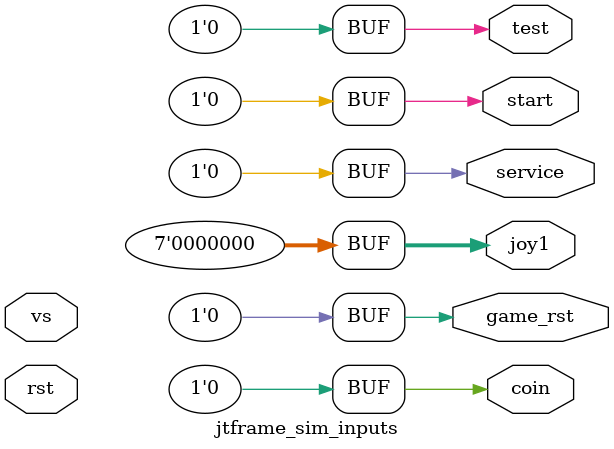
<source format=v>
/*  This file is part of JTFRAME.
    JTFRAME program is free software: you can redistribute it and/or modify
    it under the terms of the GNU General Public License as published by
    the Free Software Foundation, either version 3 of the License, or
    (at your option) any later version.

    JTFRAME program is distributed in the hope that it will be useful,
    but WITHOUT ANY WARRANTY; without even the implied warranty of
    MERCHANTABILITY or FITNESS FOR A PARTICULAR PURPOSE.  See the
    GNU General Public License for more details.

    You should have received a copy of the GNU General Public License
    along with JTFRAME.  If not, see <http://www.gnu.org/licenses/>.

    Author: Jose Tejada Gomez. Twitter: @topapate
    Version: 1.0
    Date: 19-1-2024 */

module jtframe_sim_inputs(
    input             rst,
    input             vs,

    output      [6:0] joy1,
    output            start, service,
    output            coin,test, game_rst
);
`ifndef SIMINPUTS
assign {game_rst,test,joy1,service,start,coin} = 0;
`else
assign {game_rst,test,joy1,service,start,coin} = sim_inputs[frame_cnt][12:0];

reg [15:0] sim_inputs[0:16383];

integer frame_cnt;

initial begin : read_sim_inputs
    integer c;
    for( c=0; c<16384; c=c+1 ) sim_inputs[c] = 0;
    $display("INFO: input simulation enabled");
    $readmemh( "sim_inputs.hex", sim_inputs );
end

always @(negedge vs) begin
    if( rst ) begin
        frame_cnt <= 0;
    end else begin
        frame_cnt <= frame_cnt+1;
    end
end
`endif
endmodule
</source>
